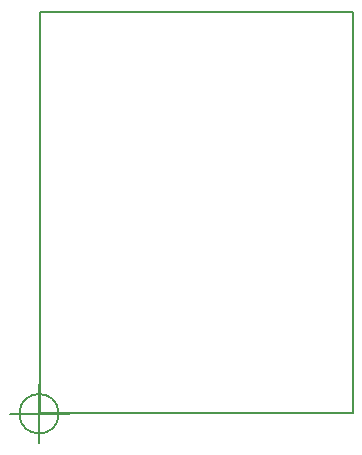
<source format=gbr>
G04 #@! TF.FileFunction,Other,Fab,Bot*
%FSLAX46Y46*%
G04 Gerber Fmt 4.6, Leading zero omitted, Abs format (unit mm)*
G04 Created by KiCad (PCBNEW 4.0.2+dfsg1-stable) date Thu 12 Jan 2017 20:01:21 CET*
%MOMM*%
G01*
G04 APERTURE LIST*
%ADD10C,0.100000*%
%ADD11C,0.150000*%
G04 APERTURE END LIST*
D10*
D11*
X1666666Y0D02*
G75*
G03X1666666Y0I-1666666J0D01*
G01*
X-2500000Y0D02*
X2500000Y0D01*
X0Y2500000D02*
X0Y-2500000D01*
X59600Y43400D02*
X26559600Y43400D01*
X26559600Y43400D02*
X26559600Y34043400D01*
X26559600Y34043400D02*
X59600Y34043400D01*
X59600Y34043400D02*
X59600Y43400D01*
M02*

</source>
